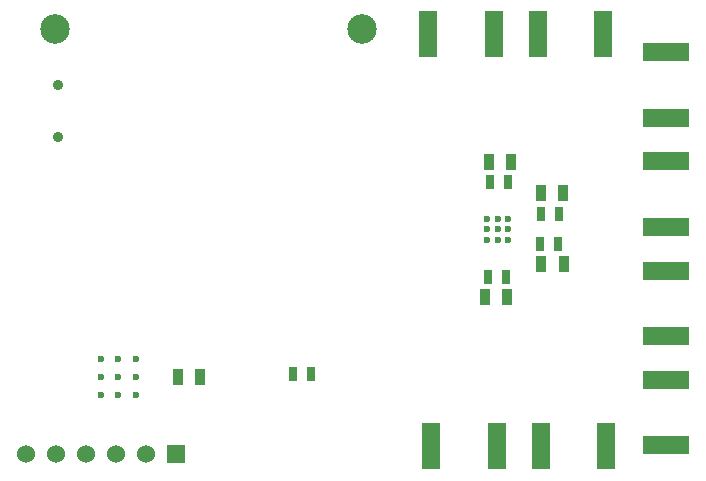
<source format=gbs>
G04 #@! TF.FileFunction,Soldermask,Bot*
%FSLAX46Y46*%
G04 Gerber Fmt 4.6, Leading zero omitted, Abs format (unit mm)*
G04 Created by KiCad (PCBNEW 4.0.5) date 03/01/17 00:06:24*
%MOMM*%
%LPD*%
G01*
G04 APERTURE LIST*
%ADD10C,0.100000*%
%ADD11C,0.600000*%
%ADD12C,0.899160*%
%ADD13R,1.524000X1.524000*%
%ADD14C,1.524000*%
%ADD15R,0.635000X1.143000*%
%ADD16R,0.889000X1.397000*%
%ADD17R,1.500000X3.950000*%
%ADD18R,3.950000X1.500000*%
%ADD19C,2.500000*%
G04 APERTURE END LIST*
D10*
D11*
X150475000Y-118000000D03*
X150475000Y-116500000D03*
X150475000Y-115000000D03*
X148975000Y-118000000D03*
X148975000Y-116500000D03*
X148975000Y-115000000D03*
X147475000Y-118000000D03*
X147475000Y-116500000D03*
X147475000Y-115000000D03*
X180200000Y-103100000D03*
X180200000Y-104000000D03*
X180200000Y-104900000D03*
X181100000Y-103100000D03*
X181100000Y-104000000D03*
X181100000Y-104900000D03*
X182000000Y-103100000D03*
X182000000Y-104000000D03*
X182000000Y-104900000D03*
D12*
X143850900Y-91800360D03*
X143850900Y-96199640D03*
D13*
X153850000Y-123000000D03*
D14*
X151310000Y-123000000D03*
X148770000Y-123000000D03*
X146230000Y-123000000D03*
X143690000Y-123000000D03*
X141150000Y-123000000D03*
D15*
X182000000Y-100000000D03*
X180476000Y-100000000D03*
D16*
X182250000Y-98250000D03*
X180345000Y-98250000D03*
D15*
X184750000Y-102709216D03*
X186274000Y-102709216D03*
D16*
X184746053Y-100917685D03*
X186651053Y-100917685D03*
D15*
X184726000Y-105250000D03*
X186250000Y-105250000D03*
D16*
X184776053Y-106962127D03*
X186681053Y-106962127D03*
D15*
X181774000Y-108000000D03*
X180250000Y-108000000D03*
D16*
X181905000Y-109750000D03*
X180000000Y-109750000D03*
D15*
X163750000Y-116250000D03*
X165274000Y-116250000D03*
D16*
X155905000Y-116500000D03*
X154000000Y-116500000D03*
D17*
X175230000Y-87475000D03*
X180770000Y-87475000D03*
X184480000Y-87475000D03*
X190020000Y-87475000D03*
D18*
X195350000Y-88980000D03*
X195350000Y-94520000D03*
X195350000Y-98230000D03*
X195350000Y-103770000D03*
X195350000Y-107480000D03*
X195350000Y-113020000D03*
X195350000Y-116730000D03*
X195350000Y-122270000D03*
D17*
X181020000Y-122350000D03*
X175480000Y-122350000D03*
X190270000Y-122350000D03*
X184730000Y-122350000D03*
D19*
X169600000Y-87000000D03*
X143600000Y-87000000D03*
M02*

</source>
